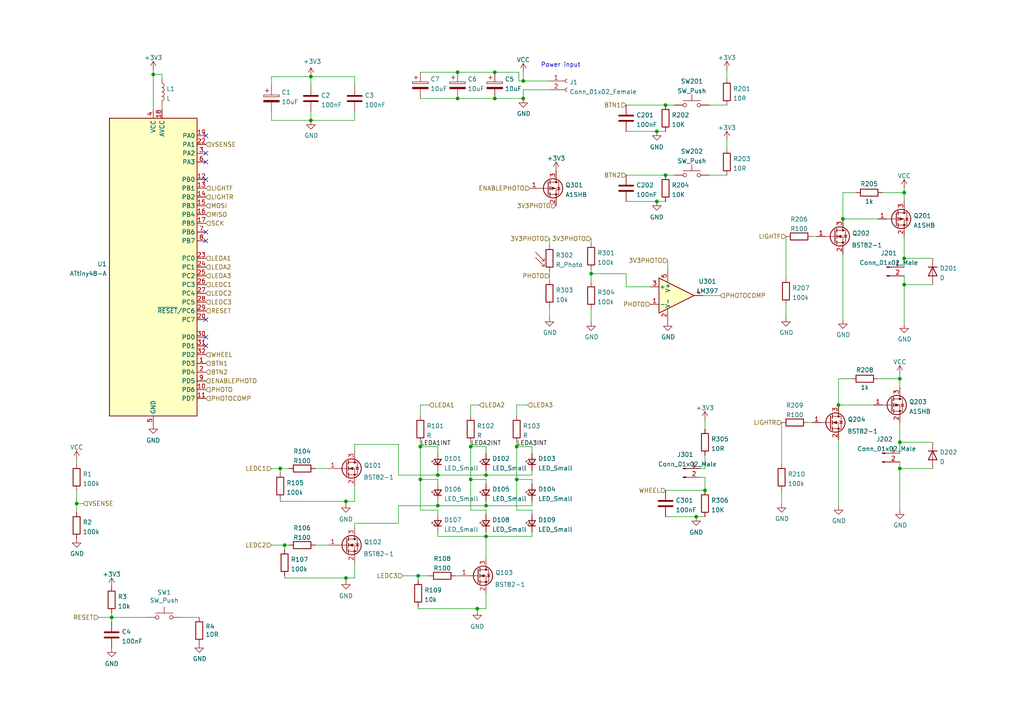
<source format=kicad_sch>
(kicad_sch (version 20211123) (generator eeschema)
  (paper "A4")
  (lib_symbols
    (symbol "Comparator:LM397" (pin_names (offset 0.127))
      (property "Reference" "U" (at 1.27 5.08 0))
      (property "Value" "LM397" (at 3.81 -5.08 0))
      (symbol "LM397_0_1"
        (polyline (pts (xy -5.08 5.08) (xy 5.08 0) (xy -5.08 -5.08) (xy -5.08 5.08)) (stroke (width 0.254)) (fill (type background)))
      )
      (symbol "LM397_1_1"
        (pin input line (at -7.62 -2.54 0) (length 2.54) (name "-") (number "1"))
        (pin power_in line (at -2.54 -7.62 90) (length 3.81) (name "V-") (number "2"))
        (pin input line (at -7.62 2.54 0) (length 2.54) (name "+") (number "3"))
        (pin open_collector line (at 7.62 0 180) (length 2.54) (name "~") (number "4"))
        (pin power_in line (at -2.54 7.62 270) (length 3.81) (name "V+") (number "5"))
      )
    )
    (symbol "Connector:Conn_01x02_Female" (pin_names (offset 1.016) hide)
      (property "Reference" "J?" (at 0.7112 -0.3615 0))
      (property "Value" "Conn_01x02_Female" (at 0.7112 -3.1366 0))
      (symbol "Conn_01x02_Female_1_1"
        (arc (start 0 -2.032) (mid -0.508 -2.54) (end 0 -3.048) (stroke (width 0.1524)))
        (polyline (pts (xy -1.27 -2.54) (xy -0.508 -2.54)) (stroke (width 0.1524)))
        (polyline (pts (xy -1.27 0) (xy -0.508 0)) (stroke (width 0.1524)))
        (arc (start 0 0.508) (mid -0.508 0) (end 0 -0.508) (stroke (width 0.1524)))
        (pin power_out line (at -5.08 0 0) (length 3.81) (name "Pin_1") (number "1"))
        (pin power_out line (at -5.08 -2.54 0) (length 3.81) (name "Pin_2") (number "2"))
      )
    )
    (symbol "Connector:Conn_01x02_Male" (pin_names (offset 1.016) hide)
      (property "Reference" "J" (at 0 2.54 0))
      (property "Value" "Conn_01x02_Male" (at 0 -5.08 0))
      (symbol "Conn_01x02_Male_1_1"
        (polyline (pts (xy 1.27 -2.54) (xy 0.8636 -2.54)) (stroke (width 0.1524)))
        (polyline (pts (xy 1.27 0) (xy 0.8636 0)) (stroke (width 0.1524)))
        (rectangle (start 0.8636 -2.413) (end 0 -2.667) (stroke (width 0.1524)) (fill (type outline)))
        (rectangle (start 0.8636 0.127) (end 0 -0.127) (stroke (width 0.1524)) (fill (type outline)))
        (pin passive line (at 5.08 0 180) (length 3.81) (name "Pin_1") (number "1"))
        (pin passive line (at 5.08 -2.54 180) (length 3.81) (name "Pin_2") (number "2"))
      )
    )
    (symbol "Device:C" (pin_numbers hide) (pin_names (offset 0.254))
      (property "Reference" "C" (at 0.635 2.54 0))
      (property "Value" "C" (at 0.635 -2.54 0))
      (symbol "C_0_1"
        (polyline (pts (xy -2.032 -0.762) (xy 2.032 -0.762)) (stroke (width 0.508)))
        (polyline (pts (xy -2.032 0.762) (xy 2.032 0.762)) (stroke (width 0.508)))
      )
      (symbol "C_1_1"
        (pin passive line (at 0 3.81 270) (length 2.794) (name "~") (number "1"))
        (pin passive line (at 0 -3.81 90) (length 2.794) (name "~") (number "2"))
      )
    )
    (symbol "Device:C_Polarized" (pin_numbers hide) (pin_names (offset 0.254))
      (property "Reference" "C" (at 0.635 2.54 0))
      (property "Value" "C_Polarized" (at 0.635 -2.54 0))
      (symbol "C_Polarized_0_1"
        (rectangle (start -2.286 0.508) (end 2.286 1.016))
        (polyline (pts (xy -1.778 2.286) (xy -0.762 2.286)))
        (polyline (pts (xy -1.27 2.794) (xy -1.27 1.778)))
        (rectangle (start 2.286 -0.508) (end -2.286 -1.016) (fill (type outline)))
      )
      (symbol "C_Polarized_1_1"
        (pin passive line (at 0 3.81 270) (length 2.794) (name "~") (number "1"))
        (pin passive line (at 0 -3.81 90) (length 2.794) (name "~") (number "2"))
      )
    )
    (symbol "Device:D" (pin_numbers hide) (pin_names (offset 1.016) hide)
      (property "Reference" "D" (at 0 2.54 0))
      (property "Value" "D" (at 0 -2.54 0))
      (symbol "D_0_1"
        (polyline (pts (xy -1.27 1.27) (xy -1.27 -1.27)) (stroke (width 0.254)))
        (polyline (pts (xy 1.27 0) (xy -1.27 0)))
        (polyline (pts (xy 1.27 1.27) (xy 1.27 -1.27) (xy -1.27 0) (xy 1.27 1.27)) (stroke (width 0.254)))
      )
      (symbol "D_1_1"
        (pin passive line (at -3.81 0 0) (length 2.54) (name "K") (number "1"))
        (pin passive line (at 3.81 0 180) (length 2.54) (name "A") (number "2"))
      )
    )
    (symbol "Device:L" (pin_numbers hide) (pin_names (offset 1.016) hide)
      (property "Reference" "L" (at -1.27 0 90))
      (property "Value" "L" (at 1.905 0 90))
      (symbol "L_0_1"
        (arc (start 0 -2.54) (mid 0.635 -1.905) (end 0 -1.27))
        (arc (start 0 -1.27) (mid 0.635 -0.635) (end 0 0))
        (arc (start 0 0) (mid 0.635 0.635) (end 0 1.27))
        (arc (start 0 1.27) (mid 0.635 1.905) (end 0 2.54))
      )
      (symbol "L_1_1"
        (pin passive line (at 0 3.81 270) (length 1.27) (name "1") (number "1"))
        (pin passive line (at 0 -3.81 90) (length 1.27) (name "2") (number "2"))
      )
    )
    (symbol "Device:LED_Small" (pin_numbers hide) (pin_names (offset 0.254) hide)
      (property "Reference" "D" (at -1.27 3.175 0))
      (property "Value" "LED_Small" (at -4.445 -2.54 0))
      (symbol "LED_Small_0_1"
        (polyline (pts (xy -0.762 -1.016) (xy -0.762 1.016)) (stroke (width 0.254)))
        (polyline (pts (xy 1.016 0) (xy -0.762 0)))
        (polyline (pts (xy 0.762 -1.016) (xy -0.762 0) (xy 0.762 1.016) (xy 0.762 -1.016)) (stroke (width 0.254)))
        (polyline (pts (xy 0 0.762) (xy -0.508 1.27) (xy -0.254 1.27) (xy -0.508 1.27) (xy -0.508 1.016)))
        (polyline (pts (xy 0.508 1.27) (xy 0 1.778) (xy 0.254 1.778) (xy 0 1.778) (xy 0 1.524)))
      )
      (symbol "LED_Small_1_1"
        (pin passive line (at -2.54 0 0) (length 1.778) (name "K") (number "1"))
        (pin passive line (at 2.54 0 180) (length 1.778) (name "A") (number "2"))
      )
    )
    (symbol "Device:Q_NMOS_GSD" (pin_names (offset 0) hide)
      (property "Reference" "Q" (at 5.08 1.27 0))
      (property "Value" "Q_NMOS_GSD" (at 5.08 -1.27 0))
      (symbol "Q_NMOS_GSD_0_1"
        (polyline (pts (xy 0.254 0) (xy -2.54 0)))
        (polyline (pts (xy 0.254 1.905) (xy 0.254 -1.905)) (stroke (width 0.254)))
        (polyline (pts (xy 0.762 -1.27) (xy 0.762 -2.286)) (stroke (width 0.254)))
        (polyline (pts (xy 0.762 0.508) (xy 0.762 -0.508)) (stroke (width 0.254)))
        (polyline (pts (xy 0.762 2.286) (xy 0.762 1.27)) (stroke (width 0.254)))
        (polyline (pts (xy 2.54 2.54) (xy 2.54 1.778)))
        (polyline (pts (xy 2.54 -2.54) (xy 2.54 0) (xy 0.762 0)))
        (polyline (pts (xy 0.762 -1.778) (xy 3.302 -1.778) (xy 3.302 1.778) (xy 0.762 1.778)))
        (polyline (pts (xy 1.016 0) (xy 2.032 0.381) (xy 2.032 -0.381) (xy 1.016 0)) (fill (type outline)))
        (polyline (pts (xy 2.794 0.508) (xy 2.921 0.381) (xy 3.683 0.381) (xy 3.81 0.254)))
        (polyline (pts (xy 3.302 0.381) (xy 2.921 -0.254) (xy 3.683 -0.254) (xy 3.302 0.381)))
        (circle (center 1.651 0) (radius 2.794) (stroke (width 0.254)))
        (circle (center 2.54 -1.778) (radius 0.254) (fill (type outline)))
        (circle (center 2.54 1.778) (radius 0.254) (fill (type outline)))
      )
      (symbol "Q_NMOS_GSD_1_1"
        (pin input line (at -5.08 0 0) (length 2.54) (name "G") (number "1"))
        (pin passive line (at 2.54 -5.08 90) (length 2.54) (name "S") (number "2"))
        (pin passive line (at 2.54 5.08 270) (length 2.54) (name "D") (number "3"))
      )
    )
    (symbol "Device:Q_PMOS_GSD" (pin_names (offset 0) hide)
      (property "Reference" "Q" (at 5.08 1.27 0))
      (property "Value" "Q_PMOS_GSD" (at 5.08 -1.27 0))
      (symbol "Q_PMOS_GSD_0_1"
        (polyline (pts (xy 0.254 0) (xy -2.54 0)))
        (polyline (pts (xy 0.254 1.905) (xy 0.254 -1.905)) (stroke (width 0.254)))
        (polyline (pts (xy 0.762 -1.27) (xy 0.762 -2.286)) (stroke (width 0.254)))
        (polyline (pts (xy 0.762 0.508) (xy 0.762 -0.508)) (stroke (width 0.254)))
        (polyline (pts (xy 0.762 2.286) (xy 0.762 1.27)) (stroke (width 0.254)))
        (polyline (pts (xy 2.54 2.54) (xy 2.54 1.778)))
        (polyline (pts (xy 2.54 -2.54) (xy 2.54 0) (xy 0.762 0)))
        (polyline (pts (xy 0.762 1.778) (xy 3.302 1.778) (xy 3.302 -1.778) (xy 0.762 -1.778)))
        (polyline (pts (xy 2.286 0) (xy 1.27 0.381) (xy 1.27 -0.381) (xy 2.286 0)) (fill (type outline)))
        (polyline (pts (xy 2.794 -0.508) (xy 2.921 -0.381) (xy 3.683 -0.381) (xy 3.81 -0.254)))
        (polyline (pts (xy 3.302 -0.381) (xy 2.921 0.254) (xy 3.683 0.254) (xy 3.302 -0.381)))
        (circle (center 1.651 0) (radius 2.794) (stroke (width 0.254)))
        (circle (center 2.54 -1.778) (radius 0.254) (fill (type outline)))
        (circle (center 2.54 1.778) (radius 0.254) (fill (type outline)))
      )
      (symbol "Q_PMOS_GSD_1_1"
        (pin input line (at -5.08 0 0) (length 2.54) (name "G") (number "1"))
        (pin passive line (at 2.54 -5.08 90) (length 2.54) (name "S") (number "2"))
        (pin passive line (at 2.54 5.08 270) (length 2.54) (name "D") (number "3"))
      )
    )
    (symbol "Device:R" (pin_numbers hide) (pin_names (offset 0))
      (property "Reference" "R" (at 2.032 0 90))
      (property "Value" "R" (at 0 0 90))
      (symbol "R_0_1"
        (rectangle (start -1.016 -2.54) (end 1.016 2.54) (stroke (width 0.254)))
      )
      (symbol "R_1_1"
        (pin passive line (at 0 3.81 270) (length 1.27) (name "~") (number "1"))
        (pin passive line (at 0 -3.81 90) (length 1.27) (name "~") (number "2"))
      )
    )
    (symbol "Device:R_Photo" (pin_numbers hide) (pin_names (offset 0))
      (property "Reference" "R" (at 1.27 1.27 0))
      (property "Value" "R_Photo" (at 1.27 0 0))
      (symbol "R_Photo_0_1"
        (rectangle (start -1.016 2.54) (end 1.016 -2.54) (stroke (width 0.254)))
        (polyline (pts (xy -1.524 -2.286) (xy -4.064 0.254)))
        (polyline (pts (xy -1.524 -2.286) (xy -2.286 -2.286)))
        (polyline (pts (xy -1.524 -2.286) (xy -1.524 -1.524)))
        (polyline (pts (xy -1.524 -0.762) (xy -4.064 1.778)))
        (polyline (pts (xy -1.524 -0.762) (xy -2.286 -0.762)))
        (polyline (pts (xy -1.524 -0.762) (xy -1.524 0)))
      )
      (symbol "R_Photo_1_1"
        (pin passive line (at 0 3.81 270) (length 1.27) (name "~") (number "1"))
        (pin passive line (at 0 -3.81 90) (length 1.27) (name "~") (number "2"))
      )
    )
    (symbol "MCU_Microchip_ATtiny:ATtiny48-A"
      (property "Reference" "U" (at -12.7 44.45 0))
      (property "Value" "ATtiny48-A" (at 2.54 -44.45 0))
      (symbol "ATtiny48-A_0_1"
        (rectangle (start -12.7 -43.18) (end 12.7 43.18) (stroke (width 0.254)) (fill (type background)))
      )
      (symbol "ATtiny48-A_1_1"
        (pin bidirectional line (at 15.24 -27.94 180) (length 2.54) (name "PD3") (number "1"))
        (pin bidirectional line (at 15.24 -35.56 180) (length 2.54) (name "PD6") (number "10"))
        (pin bidirectional line (at 15.24 -38.1 180) (length 2.54) (name "PD7") (number "11"))
        (pin bidirectional line (at 15.24 25.4 180) (length 2.54) (name "PB0") (number "12"))
        (pin bidirectional line (at 15.24 22.86 180) (length 2.54) (name "PB1") (number "13"))
        (pin bidirectional line (at 15.24 20.32 180) (length 2.54) (name "PB2") (number "14"))
        (pin bidirectional line (at 15.24 17.78 180) (length 2.54) (name "PB3") (number "15"))
        (pin bidirectional line (at 15.24 15.24 180) (length 2.54) (name "PB4") (number "16"))
        (pin bidirectional line (at 15.24 12.7 180) (length 2.54) (name "PB5") (number "17"))
        (pin power_in line (at 2.54 45.72 270) (length 2.54) (name "AVCC") (number "18"))
        (pin bidirectional line (at 15.24 38.1 180) (length 2.54) (name "PA0") (number "19"))
        (pin bidirectional line (at 15.24 -30.48 180) (length 2.54) (name "PD4") (number "2"))
        (pin bidirectional line (at 15.24 -15.24 180) (length 2.54) (name "PC7") (number "20"))
        (pin passive line (at 0 -45.72 90) (length 2.54) hide (name "GND") (number "21"))
        (pin bidirectional line (at 15.24 35.56 180) (length 2.54) (name "PA1") (number "22"))
        (pin bidirectional line (at 15.24 2.54 180) (length 2.54) (name "PC0") (number "23"))
        (pin bidirectional line (at 15.24 0 180) (length 2.54) (name "PC1") (number "24"))
        (pin bidirectional line (at 15.24 -2.54 180) (length 2.54) (name "PC2") (number "25"))
        (pin bidirectional line (at 15.24 -5.08 180) (length 2.54) (name "PC3") (number "26"))
        (pin bidirectional line (at 15.24 -7.62 180) (length 2.54) (name "PC4") (number "27"))
        (pin bidirectional line (at 15.24 -10.16 180) (length 2.54) (name "PC5") (number "28"))
        (pin bidirectional line (at 15.24 -12.7 180) (length 2.54) (name "~{RESET}/PC6") (number "29"))
        (pin bidirectional line (at 15.24 33.02 180) (length 2.54) (name "PA2") (number "3"))
        (pin bidirectional line (at 15.24 -20.32 180) (length 2.54) (name "PD0") (number "30"))
        (pin bidirectional line (at 15.24 -22.86 180) (length 2.54) (name "PD1") (number "31"))
        (pin bidirectional line (at 15.24 -25.4 180) (length 2.54) (name "PD2") (number "32"))
        (pin power_in line (at 0 45.72 270) (length 2.54) (name "VCC") (number "4"))
        (pin power_in line (at 0 -45.72 90) (length 2.54) (name "GND") (number "5"))
        (pin bidirectional line (at 15.24 30.48 180) (length 2.54) (name "PA3") (number "6"))
        (pin bidirectional line (at 15.24 10.16 180) (length 2.54) (name "PB6") (number "7"))
        (pin bidirectional line (at 15.24 7.62 180) (length 2.54) (name "PB7") (number "8"))
        (pin bidirectional line (at 15.24 -33.02 180) (length 2.54) (name "PD5") (number "9"))
      )
    )
    (symbol "Switch:SW_Push" (pin_numbers hide) (pin_names (offset 1.016) hide)
      (property "Reference" "SW" (at 1.27 2.54 0))
      (property "Value" "SW_Push" (at 0 -1.524 0))
      (symbol "SW_Push_0_1"
        (circle (center -2.032 0) (radius 0.508))
        (polyline (pts (xy 0 1.27) (xy 0 3.048)))
        (polyline (pts (xy 2.54 1.27) (xy -2.54 1.27)))
        (circle (center 2.032 0) (radius 0.508))
        (pin passive line (at -5.08 0 0) (length 2.54) (name "1") (number "1"))
        (pin passive line (at 5.08 0 180) (length 2.54) (name "2") (number "2"))
      )
    )
    (symbol "power:+3V3" (power) (pin_names (offset 0))
      (property "Value" "+3V3" (at 0 3.556 0))
      (symbol "+3V3_0_1"
        (polyline (pts (xy -0.762 1.27) (xy 0 2.54)))
        (polyline (pts (xy 0 0) (xy 0 2.54)))
        (polyline (pts (xy 0 2.54) (xy 0.762 1.27)))
      )
      (symbol "+3V3_1_1"
        (pin power_in line (at 0 0 90) (length 0) hide (name "+3V3") (number "1"))
      )
    )
    (symbol "power:GND" (power) (pin_names (offset 0))
      (property "Value" "GND" (at 0 -3.81 0))
      (symbol "GND_0_1"
        (polyline (pts (xy 0 0) (xy 0 -1.27) (xy 1.27 -1.27) (xy 0 -2.54) (xy -1.27 -1.27) (xy 0 -1.27)))
      )
      (symbol "GND_1_1"
        (pin power_in line (at 0 0 270) (length 0) hide (name "GND") (number "1"))
      )
    )
    (symbol "power:VCC" (power) (pin_names (offset 0))
      (property "Value" "VCC" (at 0 3.81 0))
      (symbol "VCC_0_1"
        (polyline (pts (xy -0.762 1.27) (xy 0 2.54)))
        (polyline (pts (xy 0 0) (xy 0 2.54)))
        (polyline (pts (xy 0 2.54) (xy 0.762 1.27)))
      )
      (symbol "VCC_1_1"
        (pin power_in line (at 0 0 90) (length 0) hide (name "VCC") (number "1"))
      )
    )
  )
  (junction (at 262.255 74.93))
  (junction (at 127 146.685))
  (junction (at 90.17 34.925))
  (junction (at 32.385 179.07))
  (junction (at 193.04 50.8))
  (junction (at 244.475 63.5))
  (junction (at 100.33 145.415))
  (junction (at 151.765 23.495))
  (junction (at 121.92 139.065))
  (junction (at 22.225 146.05))
  (junction (at 132.715 28.575))
  (junction (at 201.93 149.86))
  (junction (at 193.04 30.48))
  (junction (at 260.985 109.855))
  (junction (at 204.47 142.24))
  (junction (at 82.55 158.115))
  (junction (at 243.205 117.475))
  (junction (at 140.97 155.575))
  (junction (at 132.715 20.955))
  (junction (at 138.43 176.53))
  (junction (at 143.51 20.955))
  (junction (at 121.92 129.54))
  (junction (at 140.97 146.685))
  (junction (at 143.51 28.575))
  (junction (at 260.985 135.89))
  (junction (at 260.985 128.27))
  (junction (at 121.285 167.005))
  (junction (at 90.17 22.225))
  (junction (at 149.86 139.065))
  (junction (at 140.97 137.795))
  (junction (at 136.525 129.54))
  (junction (at 81.28 135.89))
  (junction (at 262.255 55.88))
  (junction (at 171.45 79.375))
  (junction (at 100.33 167.64))
  (junction (at 190.5 58.42))
  (junction (at 190.5 38.1))
  (junction (at 262.255 82.55))
  (junction (at 136.525 139.065))
  (junction (at 149.86 129.54))
  (junction (at 44.45 21.59))
  (junction (at 151.765 28.575))
  (junction (at 127 137.795))
  (no_connect (at 59.69 67.31))
  (no_connect (at 59.69 69.85))
  (no_connect (at 59.69 46.99))
  (no_connect (at 59.69 92.71))
  (no_connect (at 59.69 97.79))
  (no_connect (at 59.69 100.33))
  (no_connect (at 59.69 39.37))
  (no_connect (at 59.69 52.07))
  (no_connect (at 59.69 44.45))
  (wire (pts (xy 102.87 128.905) (xy 102.87 130.81)))
  (wire (pts (xy 193.04 142.24) (xy 204.47 142.24)))
  (wire (pts (xy 32.385 179.07) (xy 42.545 179.07)))
  (wire (pts (xy 243.205 117.475) (xy 243.205 109.855)))
  (wire (pts (xy 149.86 128.27) (xy 149.86 129.54)))
  (wire (pts (xy 260.985 135.89) (xy 270.51 135.89)))
  (wire (pts (xy 204.47 149.86) (xy 201.93 149.86)))
  (wire (pts (xy 82.55 158.115) (xy 83.82 158.115)))
  (wire (pts (xy 46.99 22.86) (xy 46.99 21.59)))
  (wire (pts (xy 32.385 177.8) (xy 32.385 179.07)))
  (wire (pts (xy 260.985 135.89) (xy 260.985 147.955)))
  (wire (pts (xy 132.08 167.005) (xy 133.35 167.005)))
  (wire (pts (xy 193.04 38.1) (xy 190.5 38.1)))
  (wire (pts (xy 149.86 139.065) (xy 149.86 129.54)))
  (wire (pts (xy 81.28 145.415) (xy 100.33 145.415)))
  (wire (pts (xy 243.205 109.855) (xy 247.015 109.855)))
  (wire (pts (xy 138.43 176.53) (xy 138.43 177.165)))
  (wire (pts (xy 203.2 135.89) (xy 204.47 135.89)))
  (wire (pts (xy 159.385 26.035) (xy 151.765 26.035)))
  (wire (pts (xy 127 145.415) (xy 127 146.685)))
  (wire (pts (xy 22.225 146.05) (xy 24.13 146.05)))
  (wire (pts (xy 140.97 155.575) (xy 154.305 155.575)))
  (wire (pts (xy 127 129.54) (xy 127 131.445)))
  (wire (pts (xy 210.82 22.86) (xy 210.82 20.32)))
  (wire (pts (xy 140.97 146.685) (xy 154.305 146.685)))
  (wire (pts (xy 121.285 168.275) (xy 121.285 167.005)))
  (wire (pts (xy 121.285 167.005) (xy 124.46 167.005)))
  (wire (pts (xy 46.99 30.48) (xy 46.99 31.75)))
  (wire (pts (xy 262.255 82.55) (xy 262.255 93.98)))
  (wire (pts (xy 140.97 129.54) (xy 140.97 131.445)))
  (wire (pts (xy 100.33 145.415) (xy 100.33 146.05)))
  (wire (pts (xy 102.87 145.415) (xy 100.33 145.415)))
  (wire (pts (xy 116.84 167.005) (xy 121.285 167.005)))
  (wire (pts (xy 127 155.575) (xy 140.97 155.575)))
  (wire (pts (xy 140.97 172.085) (xy 140.97 176.53)))
  (wire (pts (xy 159.385 23.495) (xy 151.765 23.495)))
  (wire (pts (xy 260.985 128.27) (xy 260.985 131.445)))
  (wire (pts (xy 159.385 69.215) (xy 159.385 71.12)))
  (wire (pts (xy 243.205 117.475) (xy 253.365 117.475)))
  (wire (pts (xy 115.57 146.685) (xy 127 146.685)))
  (wire (pts (xy 234.315 122.555) (xy 235.585 122.555)))
  (wire (pts (xy 121.92 147.955) (xy 127 147.955)))
  (wire (pts (xy 136.525 120.65) (xy 136.525 117.475)))
  (wire (pts (xy 81.28 144.78) (xy 81.28 145.415)))
  (wire (pts (xy 78.74 135.89) (xy 81.28 135.89)))
  (wire (pts (xy 78.74 158.115) (xy 82.55 158.115)))
  (wire (pts (xy 32.385 179.07) (xy 32.385 180.34)))
  (wire (pts (xy 121.92 128.27) (xy 121.92 129.54)))
  (wire (pts (xy 143.51 20.955) (xy 150.495 20.955)))
  (wire (pts (xy 115.57 137.795) (xy 127 137.795)))
  (wire (pts (xy 121.92 20.955) (xy 132.715 20.955)))
  (wire (pts (xy 171.45 79.375) (xy 181.61 79.375)))
  (wire (pts (xy 210.82 43.18) (xy 210.82 40.64)))
  (wire (pts (xy 81.28 137.16) (xy 81.28 135.89)))
  (wire (pts (xy 154.305 147.955) (xy 154.305 149.225)))
  (wire (pts (xy 260.985 108.585) (xy 260.985 109.855)))
  (wire (pts (xy 127 140.335) (xy 127 139.065)))
  (wire (pts (xy 115.57 137.795) (xy 115.57 128.905)))
  (wire (pts (xy 102.87 24.765) (xy 102.87 22.225)))
  (wire (pts (xy 132.715 28.575) (xy 143.51 28.575)))
  (wire (pts (xy 203.2 138.43) (xy 204.47 138.43)))
  (wire (pts (xy 82.55 167.64) (xy 100.33 167.64)))
  (wire (pts (xy 136.525 117.475) (xy 139.065 117.475)))
  (wire (pts (xy 136.525 139.065) (xy 136.525 129.54)))
  (wire (pts (xy 244.475 63.5) (xy 244.475 55.88)))
  (wire (pts (xy 127 139.065) (xy 121.92 139.065)))
  (wire (pts (xy 121.92 129.54) (xy 121.92 139.065)))
  (wire (pts (xy 195.58 30.48) (xy 193.04 30.48)))
  (wire (pts (xy 127 154.305) (xy 127 155.575)))
  (wire (pts (xy 22.225 146.05) (xy 22.225 148.59)))
  (wire (pts (xy 44.45 21.59) (xy 44.45 31.75)))
  (wire (pts (xy 154.305 155.575) (xy 154.305 154.305)))
  (wire (pts (xy 150.495 20.955) (xy 150.495 23.495)))
  (wire (pts (xy 149.86 147.955) (xy 149.86 139.065)))
  (wire (pts (xy 149.86 120.65) (xy 149.86 117.475)))
  (wire (pts (xy 181.61 79.375) (xy 181.61 83.185)))
  (wire (pts (xy 121.92 120.65) (xy 121.92 117.475)))
  (wire (pts (xy 154.305 146.685) (xy 154.305 145.415)))
  (wire (pts (xy 78.74 24.765) (xy 78.74 22.225)))
  (wire (pts (xy 91.44 135.89) (xy 95.25 135.89)))
  (wire (pts (xy 90.17 24.765) (xy 90.17 22.225)))
  (wire (pts (xy 121.285 175.895) (xy 121.285 176.53)))
  (wire (pts (xy 102.87 32.385) (xy 102.87 34.925)))
  (wire (pts (xy 90.17 32.385) (xy 90.17 34.925)))
  (wire (pts (xy 136.525 129.54) (xy 140.97 129.54)))
  (wire (pts (xy 171.45 79.375) (xy 171.45 81.915)))
  (wire (pts (xy 82.55 159.385) (xy 82.55 158.115)))
  (wire (pts (xy 181.61 58.42) (xy 190.5 58.42)))
  (wire (pts (xy 205.74 30.48) (xy 210.82 30.48)))
  (wire (pts (xy 181.61 30.48) (xy 193.04 30.48)))
  (wire (pts (xy 260.985 122.555) (xy 260.985 128.27)))
  (wire (pts (xy 90.17 22.225) (xy 102.87 22.225)))
  (wire (pts (xy 140.97 136.525) (xy 140.97 137.795)))
  (wire (pts (xy 121.285 176.53) (xy 138.43 176.53)))
  (wire (pts (xy 91.44 158.115) (xy 95.25 158.115)))
  (wire (pts (xy 78.74 34.925) (xy 78.74 32.385)))
  (wire (pts (xy 140.97 155.575) (xy 140.97 161.925)))
  (wire (pts (xy 121.92 28.575) (xy 132.715 28.575)))
  (wire (pts (xy 127 147.955) (xy 127 149.225)))
  (wire (pts (xy 255.905 55.88) (xy 262.255 55.88)))
  (wire (pts (xy 159.385 78.74) (xy 159.385 81.28)))
  (wire (pts (xy 149.86 129.54) (xy 154.305 129.54)))
  (wire (pts (xy 52.705 179.07) (xy 57.785 179.07)))
  (wire (pts (xy 154.305 129.54) (xy 154.305 131.445)))
  (wire (pts (xy 100.33 167.64) (xy 100.33 168.275)))
  (wire (pts (xy 46.99 21.59) (xy 44.45 21.59)))
  (wire (pts (xy 90.17 34.925) (xy 102.87 34.925)))
  (wire (pts (xy 140.97 139.065) (xy 136.525 139.065)))
  (wire (pts (xy 171.45 78.105) (xy 171.45 79.375)))
  (wire (pts (xy 140.97 140.335) (xy 140.97 139.065)))
  (wire (pts (xy 204.47 124.46) (xy 204.47 121.92)))
  (wire (pts (xy 262.255 55.88) (xy 262.255 58.42)))
  (wire (pts (xy 190.5 38.1) (xy 181.61 38.1)))
  (wire (pts (xy 181.61 83.185) (xy 188.595 83.185)))
  (wire (pts (xy 208.915 85.725) (xy 203.835 85.725)))
  (wire (pts (xy 143.51 28.575) (xy 151.765 28.575)))
  (wire (pts (xy 227.965 88.265) (xy 227.965 92.075)))
  (wire (pts (xy 140.97 147.955) (xy 140.97 149.225)))
  (wire (pts (xy 235.585 68.58) (xy 236.855 68.58)))
  (wire (pts (xy 262.255 54.61) (xy 262.255 55.88)))
  (wire (pts (xy 132.715 20.955) (xy 143.51 20.955)))
  (wire (pts (xy 243.205 127.635) (xy 243.205 146.685)))
  (wire (pts (xy 154.305 147.955) (xy 149.86 147.955)))
  (wire (pts (xy 140.97 137.795) (xy 154.305 137.795)))
  (wire (pts (xy 193.04 50.8) (xy 195.58 50.8)))
  (wire (pts (xy 102.87 151.765) (xy 115.57 151.765)))
  (wire (pts (xy 201.93 149.86) (xy 193.04 149.86)))
  (wire (pts (xy 136.525 147.955) (xy 136.525 139.065)))
  (wire (pts (xy 262.255 80.01) (xy 262.255 82.55)))
  (wire (pts (xy 140.97 176.53) (xy 138.43 176.53)))
  (wire (pts (xy 171.45 89.535) (xy 171.45 93.345)))
  (wire (pts (xy 205.74 50.8) (xy 210.82 50.8)))
  (wire (pts (xy 154.305 139.065) (xy 149.86 139.065)))
  (wire (pts (xy 154.305 137.795) (xy 154.305 136.525)))
  (wire (pts (xy 262.255 74.93) (xy 262.255 77.47)))
  (wire (pts (xy 151.765 23.495) (xy 151.765 20.955)))
  (wire (pts (xy 140.97 154.305) (xy 140.97 155.575)))
  (wire (pts (xy 159.385 88.9) (xy 159.385 92.075)))
  (wire (pts (xy 127 137.795) (xy 140.97 137.795)))
  (wire (pts (xy 78.74 34.925) (xy 90.17 34.925)))
  (wire (pts (xy 102.87 153.035) (xy 102.87 151.765)))
  (wire (pts (xy 149.86 117.475) (xy 153.035 117.475)))
  (wire (pts (xy 102.87 140.97) (xy 102.87 145.415)))
  (wire (pts (xy 140.97 145.415) (xy 140.97 146.685)))
  (wire (pts (xy 260.985 109.855) (xy 260.985 112.395)))
  (wire (pts (xy 244.475 55.88) (xy 248.285 55.88)))
  (wire (pts (xy 102.87 167.64) (xy 100.33 167.64)))
  (wire (pts (xy 121.92 129.54) (xy 127 129.54)))
  (wire (pts (xy 154.305 140.335) (xy 154.305 139.065)))
  (wire (pts (xy 115.57 128.905) (xy 102.87 128.905)))
  (wire (pts (xy 78.74 22.225) (xy 90.17 22.225)))
  (wire (pts (xy 151.765 26.035) (xy 151.765 28.575)))
  (wire (pts (xy 127 136.525) (xy 127 137.795)))
  (wire (pts (xy 22.225 142.24) (xy 22.225 146.05)))
  (wire (pts (xy 121.92 139.065) (xy 121.92 147.955)))
  (wire (pts (xy 226.695 122.555) (xy 226.695 134.62)))
  (wire (pts (xy 115.57 151.765) (xy 115.57 146.685)))
  (wire (pts (xy 44.45 20.32) (xy 44.45 21.59)))
  (wire (pts (xy 193.675 75.565) (xy 193.675 78.105)))
  (wire (pts (xy 204.47 138.43) (xy 204.47 142.24)))
  (wire (pts (xy 204.47 135.89) (xy 204.47 132.08)))
  (wire (pts (xy 262.255 82.55) (xy 270.51 82.55)))
  (wire (pts (xy 136.525 128.27) (xy 136.525 129.54)))
  (wire (pts (xy 226.695 142.24) (xy 226.695 146.05)))
  (wire (pts (xy 254.635 109.855) (xy 260.985 109.855)))
  (wire (pts (xy 140.97 147.955) (xy 136.525 147.955)))
  (wire (pts (xy 22.225 133.35) (xy 22.225 134.62)))
  (wire (pts (xy 270.51 74.93) (xy 262.255 74.93)))
  (wire (pts (xy 171.45 69.215) (xy 171.45 70.485)))
  (wire (pts (xy 227.965 68.58) (xy 227.965 80.645)))
  (wire (pts (xy 244.475 63.5) (xy 254.635 63.5)))
  (wire (pts (xy 82.55 167.005) (xy 82.55 167.64)))
  (wire (pts (xy 244.475 73.66) (xy 244.475 92.71)))
  (wire (pts (xy 28.575 179.07) (xy 32.385 179.07)))
  (wire (pts (xy 181.61 50.8) (xy 193.04 50.8)))
  (wire (pts (xy 102.87 163.195) (xy 102.87 167.64)))
  (wire (pts (xy 193.04 58.42) (xy 190.5 58.42)))
  (wire (pts (xy 262.255 68.58) (xy 262.255 74.93)))
  (wire (pts (xy 260.985 128.27) (xy 270.51 128.27)))
  (wire (pts (xy 81.28 135.89) (xy 83.82 135.89)))
  (wire (pts (xy 260.985 133.985) (xy 260.985 135.89)))
  (wire (pts (xy 127 146.685) (xy 140.97 146.685)))
  (wire (pts (xy 150.495 23.495) (xy 151.765 23.495)))
  (wire (pts (xy 121.92 117.475) (xy 124.46 117.475)))
  (text "Power input\n" (at 156.845 19.685 0) (effects (font (size 1.27 1.27)) (justify left bottom)))
  (label "LEDA3INT" (at 149.86 129.54 0))
  (label "LEDA2INT" (at 136.525 129.54 0))
  (label "LEDA1INT" (at 121.92 129.54 0))
  (hierarchical_label "LEDA1" (shape input) (at 59.69 74.93 0))
  (hierarchical_label "BTN1" (shape input) (at 181.61 30.48 180))
  (hierarchical_label "MOSI" (shape input) (at 59.69 59.69 0))
  (hierarchical_label "PHOTO" (shape input) (at 159.385 80.01 180))
  (hierarchical_label "LIGHTF" (shape input) (at 227.965 68.58 180))
  (hierarchical_label "VSENSE" (shape input) (at 59.69 41.91 0))
  (hierarchical_label "LEDC1" (shape input) (at 78.74 135.89 180))
  (hierarchical_label "LEDA1" (shape input) (at 124.46 117.475 0))
  (hierarchical_label "LEDC2" (shape input) (at 59.69 85.09 0))
  (hierarchical_label "BTN2" (shape input) (at 59.69 107.95 0))
  (hierarchical_label "VSENSE" (shape input) (at 24.13 146.05 0))
  (hierarchical_label "3V3PHOTO" (shape input) (at 193.675 75.565 180))
  (hierarchical_label "BTN2" (shape input) (at 181.61 50.8 180))
  (hierarchical_label "LIGHTF" (shape input) (at 59.69 54.61 0))
  (hierarchical_label "BTN1" (shape input) (at 59.69 105.41 0))
  (hierarchical_label "LEDA3" (shape input) (at 59.69 80.01 0))
  (hierarchical_label "LEDC3" (shape input) (at 59.69 87.63 0))
  (hierarchical_label "LEDC1" (shape input) (at 59.69 82.55 0))
  (hierarchical_label "PHOTO" (shape input) (at 188.595 88.265 180))
  (hierarchical_label "MISO" (shape input) (at 59.69 62.23 0))
  (hierarchical_label "LIGHTR" (shape input) (at 59.69 57.15 0))
  (hierarchical_label "PHOTOCOMP" (shape input) (at 59.69 115.57 0))
  (hierarchical_label "LEDA2" (shape input) (at 139.065 117.475 0))
  (hierarchical_label "LEDA2" (shape input) (at 59.69 77.47 0))
  (hierarchical_label "WHEEL" (shape input) (at 59.69 102.87 0))
  (hierarchical_label "SCK" (shape input) (at 59.69 64.77 0))
  (hierarchical_label "3V3PHOTO" (shape input) (at 161.29 59.69 180))
  (hierarchical_label "LIGHTR" (shape input) (at 226.695 122.555 180))
  (hierarchical_label "ENABLEPHOTO" (shape input) (at 59.69 110.49 0))
  (hierarchical_label "LEDC3" (shape input) (at 116.84 167.005 180))
  (hierarchical_label "ENABLEPHOTO" (shape input) (at 153.67 54.61 180))
  (hierarchical_label "LEDA3" (shape input) (at 153.035 117.475 0))
  (hierarchical_label "RESET" (shape input) (at 59.69 90.17 0))
  (hierarchical_label "WHEEL" (shape input) (at 193.04 142.24 180))
  (hierarchical_label "RESET" (shape input) (at 28.575 179.07 180))
  (hierarchical_label "3V3PHOTO" (shape input) (at 159.385 69.215 180))
  (hierarchical_label "3V3PHOTO" (shape input) (at 171.45 69.215 180))
  (hierarchical_label "LEDC2" (shape input) (at 78.74 158.115 180))
  (hierarchical_label "PHOTO" (shape input) (at 59.69 113.03 0))
  (hierarchical_label "PHOTOCOMP" (shape input) (at 208.915 85.725 0))
  (symbol (lib_id "Device:R") (at 149.86 124.46 180) (unit 1)
    (property "Reference" "R103" (at 151.638 123.5515 0) (effects (justify right)))
    (property "Value" "R" (at 151.638 126.3266 0) (effects (justify right)))
    (property "Footprint" "Resistor_SMD:R_0603_1608Metric_Pad0.98x0.95mm_HandSolder" (effects hide))
  )
  (symbol (lib_id "Device:R") (at 22.225 152.4 180) (unit 1)
    (property "Reference" "R2" (at 24.003 151.4915 0) (effects (justify right)))
    (property "Value" "100k" (at 24.003 154.2666 0) (effects (justify right)))
    (property "Footprint" "Resistor_SMD:R_0603_1608Metric_Pad0.98x0.95mm_HandSolder" (effects hide))
  )
  (symbol (lib_id "Device:R") (at 230.505 122.555 90) (unit 1)
    (property "Reference" "R209" (at 230.505 117.5725 90))
    (property "Value" "R100" (at 230.505 120.3476 90))
    (property "Footprint" "Resistor_SMD:R_0603_1608Metric_Pad0.98x0.95mm_HandSolder" (effects hide))
  )
  (symbol (lib_id "Switch:SW_Push") (at 200.66 50.8 0) (unit 1)
    (property "Reference" "SW202" (at 200.66 43.9125 0))
    (property "Value" "SW_Push" (at 200.66 46.6876 0))
    (property "Footprint" "Button_Switch_THT:SW_PUSH_6mm_H5mm" (effects hide))
  )
  (symbol (lib_id "Connector:Conn_01x02_Male") (at 198.12 135.89 0) (unit 1)
    (property "Reference" "J301" (at 198.755 131.8473 0))
    (property "Value" "Conn_01x02_Male" (at 199.39 134.62 0))
    (property "Footprint" "Connector_JST:JST_XH_S2B-XH-A_1x02_P2.50mm_Horizontal" (effects hide))
  )
  (symbol (lib_id "Device:D") (at 270.51 132.08 270) (unit 1)
    (property "Reference" "D202" (at 272.542 131.1715 90) (effects (justify left)))
    (property "Value" "D" (at 272.542 133.9466 90) (effects (justify left)))
    (property "Footprint" "Diode_SMD:D_0603_1608Metric" (effects hide))
  )
  (symbol (lib_id "Device:LED_Small") (at 140.97 142.875 90) (unit 1)
    (property "Reference" "D105" (at 142.748 141.903 90) (effects (justify right)))
    (property "Value" "LED_Small" (at 142.748 144.6781 90) (effects (justify right)))
    (property "Footprint" "LED_SMD:LED_0805_2012Metric_Pad1.15x1.40mm_HandSolder" (effects hide))
  )
  (symbol (lib_id "Device:LED_Small") (at 140.97 151.765 90) (unit 1)
    (property "Reference" "D108" (at 142.748 150.793 90) (effects (justify right)))
    (property "Value" "LED_Small" (at 142.748 153.5681 90) (effects (justify right)))
    (property "Footprint" "LED_SMD:LED_0805_2012Metric_Pad1.15x1.40mm_HandSolder" (effects hide))
  )
  (symbol (lib_id "power:GND") (at 159.385 92.075 0) (unit 1)
    (property "Reference" "#PWR0103" (effects hide))
    (property "Value" "GND" (at 159.512 96.4692 0))
  )
  (symbol (lib_id "MCU_Microchip_ATtiny:ATtiny48-A") (at 44.45 77.47 0) (unit 1)
    (property "Reference" "U1" (at 30.9881 76.5615 0) (effects (justify right)))
    (property "Value" "ATtiny48-A" (at 30.9881 79.3366 0) (effects (justify right)))
    (property "Footprint" "Package_QFP:TQFP-32_7x7mm_P0.8mm" (effects hide))
    (property "Datasheet" "http://ww1.microchip.com/downloads/en/DeviceDoc/doc8008.pdf" (effects hide))
  )
  (symbol (lib_id "power:GND") (at 57.785 186.69 0) (unit 1)
    (property "Reference" "#PWR09" (effects hide))
    (property "Value" "GND" (at 57.912 191.0842 0))
  )
  (symbol (lib_id "Device:Q_PMOS_GSD") (at 259.715 63.5 0) (unit 1)
    (property "Reference" "Q201" (at 264.922 62.5915 0) (effects (justify left)))
    (property "Value" "A1SHB" (at 264.922 65.3666 0) (effects (justify left)))
    (property "Footprint" "Package_TO_SOT_SMD:SOT-23" (effects hide))
  )
  (symbol (lib_id "Device:LED_Small") (at 154.305 142.875 90) (unit 1)
    (property "Reference" "D104" (at 156.083 141.903 90) (effects (justify right)))
    (property "Value" "LED_Small" (at 156.083 144.6781 90) (effects (justify right)))
    (property "Footprint" "LED_SMD:LED_0805_2012Metric_Pad1.15x1.40mm_HandSolder" (effects hide))
  )
  (symbol (lib_id "power:VCC") (at 260.985 108.585 0) (unit 1)
    (property "Reference" "#PWR0209" (effects hide))
    (property "Value" "VCC" (at 260.985 104.9805 0))
  )
  (symbol (lib_id "power:+3V3") (at 210.82 40.64 0) (unit 1)
    (property "Reference" "#PWR0203" (effects hide))
    (property "Value" "+3V3" (at 210.82 37.0355 0))
  )
  (symbol (lib_id "power:+3V3") (at 90.17 22.225 0) (unit 1)
    (property "Reference" "#PWR02" (effects hide))
    (property "Value" "+3V3" (at 90.551 17.8308 0))
  )
  (symbol (lib_id "Device:R") (at 250.825 109.855 90) (unit 1)
    (property "Reference" "R208" (at 250.825 107.315 90))
    (property "Value" "1k" (at 250.825 112.395 90))
    (property "Footprint" "Resistor_SMD:R_0603_1608Metric_Pad0.98x0.95mm_HandSolder" (effects hide))
  )
  (symbol (lib_id "power:GND") (at 171.45 93.345 0) (unit 1)
    (property "Reference" "#PWR0104" (effects hide))
    (property "Value" "GND" (at 171.577 97.7392 0))
  )
  (symbol (lib_id "Device:R") (at 81.28 140.97 0) (unit 1)
    (property "Reference" "R105" (at 83.058 140.0615 0) (effects (justify left)))
    (property "Value" "100k" (at 83.058 142.8366 0) (effects (justify left)))
    (property "Footprint" "Resistor_SMD:R_0603_1608Metric_Pad0.98x0.95mm_HandSolder" (effects hide))
  )
  (symbol (lib_id "Device:R") (at 87.63 135.89 270) (unit 1)
    (property "Reference" "R104" (at 87.63 130.9075 90))
    (property "Value" "R100" (at 87.63 133.6826 90))
    (property "Footprint" "Resistor_SMD:R_0603_1608Metric_Pad0.98x0.95mm_HandSolder" (effects hide))
  )
  (symbol (lib_id "Device:LED_Small") (at 154.305 133.985 90) (unit 1)
    (property "Reference" "D103" (at 156.083 133.013 90) (effects (justify right)))
    (property "Value" "LED_Small" (at 156.083 135.7881 90) (effects (justify right)))
    (property "Footprint" "LED_SMD:LED_0805_2012Metric_Pad1.15x1.40mm_HandSolder" (effects hide))
  )
  (symbol (lib_id "Device:C_Polarized") (at 121.92 24.765 0) (unit 1)
    (property "Reference" "C7" (at 124.841 22.9675 0) (effects (justify left)))
    (property "Value" "10uF" (at 124.841 25.7426 0) (effects (justify left)))
    (property "Footprint" "Capacitor_SMD:C_1210_3225Metric_Pad1.33x2.70mm_HandSolder" (effects hide))
  )
  (symbol (lib_id "Device:C") (at 181.61 34.29 0) (unit 1)
    (property "Reference" "C201" (at 184.531 33.3815 0) (effects (justify left)))
    (property "Value" "100nF" (at 184.531 36.1566 0) (effects (justify left)))
    (property "Footprint" "Capacitor_SMD:C_0603_1608Metric_Pad1.08x0.95mm_HandSolder" (effects hide))
  )
  (symbol (lib_id "Comparator:LM397") (at 196.215 85.725 0) (unit 1)
    (property "Reference" "U301" (at 205.1904 81.6315 0))
    (property "Value" "LM397" (at 205.1904 84.4066 0))
    (property "Footprint" "Package_TO_SOT_SMD:SOT-23-5" (effects hide))
    (property "Datasheet" "http://www.ti.com/lit/ds/symlink/lm397.pdf" (effects hide))
  )
  (symbol (lib_id "power:+3V3") (at 44.45 20.32 0) (unit 1)
    (property "Reference" "#PWR01" (effects hide))
    (property "Value" "+3V3" (at 44.45 16.7155 0))
  )
  (symbol (lib_id "power:GND") (at 90.17 34.925 0) (unit 1)
    (property "Reference" "#PWR05" (effects hide))
    (property "Value" "GND" (at 90.297 39.3192 0))
  )
  (symbol (lib_id "Device:R") (at 210.82 46.99 0) (unit 1)
    (property "Reference" "R203" (at 212.598 46.0815 0) (effects (justify left)))
    (property "Value" "10R" (at 212.598 48.8566 0) (effects (justify left)))
    (property "Footprint" "Resistor_SMD:R_0603_1608Metric_Pad0.98x0.95mm_HandSolder" (effects hide))
  )
  (symbol (lib_id "Device:Q_NMOS_GSD") (at 138.43 167.005 0) (unit 1)
    (property "Reference" "Q103" (at 143.637 166.0965 0) (effects (justify left)))
    (property "Value" "BST82-1" (at 143.51 169.545 0) (effects (justify left)))
    (property "Footprint" "Package_TO_SOT_SMD:SOT-23" (effects hide))
  )
  (symbol (lib_id "Device:R") (at 128.27 167.005 90) (unit 1)
    (property "Reference" "R108" (at 128.27 162.0225 90))
    (property "Value" "R100" (at 128.27 164.7976 90))
    (property "Footprint" "Resistor_SMD:R_0603_1608Metric_Pad0.98x0.95mm_HandSolder" (effects hide))
  )
  (symbol (lib_id "Device:Q_NMOS_GSD") (at 100.33 158.115 0) (unit 1)
    (property "Reference" "Q102" (at 105.537 157.2065 0) (effects (justify left)))
    (property "Value" "BST82-1" (at 105.41 160.655 0) (effects (justify left)))
    (property "Footprint" "Package_TO_SOT_SMD:SOT-23" (effects hide))
  )
  (symbol (lib_id "power:+3V3") (at 32.385 170.18 0) (unit 1)
    (property "Reference" "#PWR08" (effects hide))
    (property "Value" "+3V3" (at 32.385 166.5755 0))
  )
  (symbol (lib_id "Device:C_Polarized") (at 132.715 24.765 0) (unit 1)
    (property "Reference" "C6" (at 135.636 22.9675 0) (effects (justify left)))
    (property "Value" "10uF" (at 135.636 25.7426 0) (effects (justify left)))
    (property "Footprint" "Capacitor_SMD:C_1210_3225Metric_Pad1.33x2.70mm_HandSolder" (effects hide))
  )
  (symbol (lib_id "Device:Q_NMOS_GSD") (at 100.33 135.89 0) (unit 1)
    (property "Reference" "Q101" (at 105.537 134.9815 0) (effects (justify left)))
    (property "Value" "BST82-1" (at 105.41 138.43 0) (effects (justify left)))
    (property "Footprint" "Package_TO_SOT_SMD:SOT-23" (effects hide))
  )
  (symbol (lib_id "power:GND") (at 151.765 28.575 0) (unit 1)
    (property "Reference" "#PWR04" (effects hide))
    (property "Value" "GND" (at 151.892 32.9692 0))
  )
  (symbol (lib_id "power:+3V3") (at 204.47 121.92 0) (unit 1)
    (property "Reference" "#PWR0109" (effects hide))
    (property "Value" "+3V3" (at 204.47 118.3155 0))
  )
  (symbol (lib_id "power:GND") (at 44.45 123.19 0) (unit 1)
    (property "Reference" "#PWR0113" (effects hide))
    (property "Value" "GND" (at 44.45 127.7525 0))
  )
  (symbol (lib_id "power:GND") (at 244.475 92.71 0) (unit 1)
    (property "Reference" "#PWR0207" (effects hide))
    (property "Value" "GND" (at 244.602 97.1042 0))
  )
  (symbol (lib_id "Device:R") (at 227.965 84.455 180) (unit 1)
    (property "Reference" "R207" (at 229.743 83.5465 0) (effects (justify right)))
    (property "Value" "100k" (at 229.743 86.3216 0) (effects (justify right)))
    (property "Footprint" "Resistor_SMD:R_0603_1608Metric_Pad0.98x0.95mm_HandSolder" (effects hide))
  )
  (symbol (lib_id "Device:R") (at 204.47 146.05 0) (unit 1)
    (property "Reference" "R306" (at 206.248 145.1415 0) (effects (justify left)))
    (property "Value" "10K" (at 206.248 147.9166 0) (effects (justify left)))
    (property "Footprint" "Resistor_SMD:R_0603_1608Metric_Pad0.98x0.95mm_HandSolder" (effects hide))
  )
  (symbol (lib_id "Device:C_Polarized") (at 143.51 24.765 0) (unit 1)
    (property "Reference" "C5" (at 146.431 22.9675 0) (effects (justify left)))
    (property "Value" "10uF" (at 146.431 25.7426 0) (effects (justify left)))
    (property "Footprint" "Capacitor_SMD:C_1210_3225Metric_Pad1.33x2.70mm_HandSolder" (effects hide))
  )
  (symbol (lib_id "Device:R_Photo") (at 159.385 74.93 0) (unit 1)
    (property "Reference" "R302" (at 161.163 74.0215 0) (effects (justify left)))
    (property "Value" "R_Photo" (at 161.163 76.7966 0) (effects (justify left)))
    (property "Footprint" "Resistor_THT:R_Axial_DIN0207_L6.3mm_D2.5mm_P2.54mm_Vertical" (effects hide))
  )
  (symbol (lib_id "power:GND") (at 100.33 146.05 0) (unit 1)
    (property "Reference" "#PWR0101" (effects hide))
    (property "Value" "GND" (at 100.33 150.6125 0))
  )
  (symbol (lib_id "power:GND") (at 260.985 147.955 0) (unit 1)
    (property "Reference" "#PWR0212" (effects hide))
    (property "Value" "GND" (at 261.112 152.3492 0))
  )
  (symbol (lib_id "power:GND") (at 138.43 177.165 0) (unit 1)
    (property "Reference" "#PWR0107" (effects hide))
    (property "Value" "GND" (at 138.43 181.7275 0))
  )
  (symbol (lib_id "Device:R") (at 210.82 26.67 0) (unit 1)
    (property "Reference" "R201" (at 212.598 25.7615 0) (effects (justify left)))
    (property "Value" "10R" (at 212.598 28.5366 0) (effects (justify left)))
    (property "Footprint" "Resistor_SMD:R_0603_1608Metric_Pad0.98x0.95mm_HandSolder" (effects hide))
  )
  (symbol (lib_id "power:GND") (at 201.93 149.86 0) (unit 1)
    (property "Reference" "#PWR0108" (effects hide))
    (property "Value" "GND" (at 201.93 154.4225 0))
  )
  (symbol (lib_id "Device:R") (at 121.285 172.085 180) (unit 1)
    (property "Reference" "R109" (at 123.063 171.1765 0) (effects (justify right)))
    (property "Value" "10k" (at 123.063 173.9516 0) (effects (justify right)))
    (property "Footprint" "Resistor_SMD:R_0603_1608Metric_Pad0.98x0.95mm_HandSolder" (effects hide))
  )
  (symbol (lib_id "Device:R") (at 57.785 182.88 0) (unit 1)
    (property "Reference" "R4" (at 59.563 181.7116 0) (effects (justify left)))
    (property "Value" "10R" (at 59.563 184.023 0) (effects (justify left)))
    (property "Footprint" "Resistor_SMD:R_0603_1608Metric_Pad0.98x0.95mm_HandSolder" (effects hide))
  )
  (symbol (lib_id "Device:C") (at 193.04 146.05 0) (unit 1)
    (property "Reference" "C301" (at 195.961 145.1415 0) (effects (justify left)))
    (property "Value" "100nF" (at 195.961 147.9166 0) (effects (justify left)))
    (property "Footprint" "Capacitor_SMD:C_0603_1608Metric_Pad1.08x0.95mm_HandSolder" (effects hide))
  )
  (symbol (lib_id "Device:R") (at 121.92 124.46 180) (unit 1)
    (property "Reference" "R101" (at 123.698 123.5515 0) (effects (justify right)))
    (property "Value" "R" (at 123.698 126.3266 0) (effects (justify right)))
    (property "Footprint" "Resistor_SMD:R_0603_1608Metric_Pad0.98x0.95mm_HandSolder" (effects hide))
  )
  (symbol (lib_id "Device:R") (at 171.45 85.725 180) (unit 1)
    (property "Reference" "R304" (at 173.228 84.8165 0) (effects (justify right)))
    (property "Value" "100k" (at 173.228 87.5916 0) (effects (justify right)))
    (property "Footprint" "Resistor_SMD:R_0603_1608Metric_Pad0.98x0.95mm_HandSolder" (effects hide))
  )
  (symbol (lib_id "Device:R") (at 204.47 128.27 0) (unit 1)
    (property "Reference" "R305" (at 206.248 127.3615 0) (effects (justify left)))
    (property "Value" "10R" (at 206.248 130.1366 0) (effects (justify left)))
    (property "Footprint" "Resistor_SMD:R_0603_1608Metric_Pad0.98x0.95mm_HandSolder" (effects hide))
  )
  (symbol (lib_id "power:GND") (at 22.225 156.21 0) (unit 1)
    (property "Reference" "#PWR07" (effects hide))
    (property "Value" "GND" (at 22.352 160.6042 0))
  )
  (symbol (lib_id "power:GND") (at 190.5 58.42 0) (unit 1)
    (property "Reference" "#PWR0204" (effects hide))
    (property "Value" "GND" (at 190.5 62.9825 0))
  )
  (symbol (lib_id "Device:R") (at 252.095 55.88 90) (unit 1)
    (property "Reference" "R205" (at 252.095 53.34 90))
    (property "Value" "1k" (at 252.095 58.42 90))
    (property "Footprint" "Resistor_SMD:R_0603_1608Metric_Pad0.98x0.95mm_HandSolder" (effects hide))
  )
  (symbol (lib_id "power:GND") (at 32.385 187.96 0) (unit 1)
    (property "Reference" "#PWR010" (effects hide))
    (property "Value" "GND" (at 32.385 192.5225 0))
  )
  (symbol (lib_id "Device:Q_NMOS_GSD") (at 241.935 68.58 0) (unit 1)
    (property "Reference" "Q202" (at 247.142 67.6715 0) (effects (justify left)))
    (property "Value" "BST82-1" (at 247.015 71.12 0) (effects (justify left)))
    (property "Footprint" "Package_TO_SOT_SMD:SOT-23" (effects hide))
  )
  (symbol (lib_id "Device:R") (at 136.525 124.46 180) (unit 1)
    (property "Reference" "R102" (at 138.303 123.5515 0) (effects (justify right)))
    (property "Value" "R" (at 138.303 126.3266 0) (effects (justify right)))
    (property "Footprint" "Resistor_SMD:R_0603_1608Metric_Pad0.98x0.95mm_HandSolder" (effects hide))
  )
  (symbol (lib_id "power:+3V3") (at 161.29 49.53 0) (unit 1)
    (property "Reference" "#PWR0102" (effects hide))
    (property "Value" "+3V3" (at 161.29 45.9255 0))
  )
  (symbol (lib_id "Device:LED_Small") (at 127 142.875 90) (unit 1)
    (property "Reference" "D106" (at 128.778 141.903 90) (effects (justify right)))
    (property "Value" "LED_Small" (at 128.778 144.6781 90) (effects (justify right)))
    (property "Footprint" "LED_SMD:LED_0805_2012Metric_Pad1.15x1.40mm_HandSolder" (effects hide))
  )
  (symbol (lib_id "Device:R") (at 82.55 163.195 180) (unit 1)
    (property "Reference" "R107" (at 84.328 162.2865 0) (effects (justify right)))
    (property "Value" "100k" (at 84.328 165.0616 0) (effects (justify right)))
    (property "Footprint" "Resistor_SMD:R_0603_1608Metric_Pad0.98x0.95mm_HandSolder" (effects hide))
  )
  (symbol (lib_id "Device:LED_Small") (at 154.305 151.765 90) (unit 1)
    (property "Reference" "D109" (at 156.083 150.793 90) (effects (justify right)))
    (property "Value" "LED_Small" (at 156.083 153.5681 90) (effects (justify right)))
    (property "Footprint" "LED_SMD:LED_0805_2012Metric_Pad1.15x1.40mm_HandSolder" (effects hide))
  )
  (symbol (lib_id "Device:R") (at 87.63 158.115 270) (unit 1)
    (property "Reference" "R106" (at 87.63 153.1325 90))
    (property "Value" "R100" (at 87.63 155.9076 90))
    (property "Footprint" "Resistor_SMD:R_0603_1608Metric_Pad0.98x0.95mm_HandSolder" (effects hide))
  )
  (symbol (lib_id "Switch:SW_Push") (at 200.66 30.48 0) (unit 1)
    (property "Reference" "SW201" (at 200.66 23.5925 0))
    (property "Value" "SW_Push" (at 200.66 26.3676 0))
    (property "Footprint" "Button_Switch_THT:SW_PUSH_6mm_H5mm" (effects hide))
  )
  (symbol (lib_id "Device:L") (at 46.99 26.67 0) (unit 1)
    (property "Reference" "L1" (at 48.26 25.7615 0) (effects (justify left)))
    (property "Value" "L" (at 48.26 28.5366 0) (effects (justify left)))
    (property "Footprint" "Inductor_SMD:L_1210_3225Metric_Pad1.42x2.65mm_HandSolder" (effects hide))
  )
  (symbol (lib_id "Device:LED_Small") (at 127 151.765 90) (unit 1)
    (property "Reference" "D107" (at 128.778 150.793 90) (effects (justify right)))
    (property "Value" "LED_Small" (at 128.778 153.5681 90) (effects (justify right)))
    (property "Footprint" "LED_SMD:LED_0805_2012Metric_Pad1.15x1.40mm_HandSolder" (effects hide))
  )
  (symbol (lib_id "Device:C_Polarized") (at 78.74 28.575 0) (unit 1)
    (property "Reference" "C1" (at 81.661 26.7775 0) (effects (justify left)))
    (property "Value" "10uF" (at 81.661 29.5526 0) (effects (justify left)))
    (property "Footprint" "Capacitor_SMD:C_1210_3225Metric_Pad1.33x2.70mm_HandSolder" (effects hide))
  )
  (symbol (lib_id "Connector:Conn_01x02_Male") (at 257.175 77.47 0) (unit 1)
    (property "Reference" "J201" (at 257.81 73.4273 0))
    (property "Value" "Conn_01x02_Male" (at 257.81 76.2024 0))
    (property "Footprint" "Connector_JST:JST_XH_S2B-XH-A_1x02_P2.50mm_Horizontal" (effects hide))
  )
  (symbol (lib_id "power:VCC") (at 151.765 20.955 0) (unit 1)
    (property "Reference" "#PWR03" (effects hide))
    (property "Value" "VCC" (at 151.765 17.3505 0))
  )
  (symbol (lib_id "power:GND") (at 100.33 168.275 0) (unit 1)
    (property "Reference" "#PWR0106" (effects hide))
    (property "Value" "GND" (at 100.33 172.8375 0))
  )
  (symbol (lib_id "power:GND") (at 190.5 38.1 0) (unit 1)
    (property "Reference" "#PWR0202" (effects hide))
    (property "Value" "GND" (at 190.5 42.6625 0))
  )
  (symbol (lib_id "Device:Q_NMOS_GSD") (at 240.665 122.555 0) (unit 1)
    (property "Reference" "Q204" (at 245.872 121.6465 0) (effects (justify left)))
    (property "Value" "BST82-1" (at 245.745 125.095 0) (effects (justify left)))
    (property "Footprint" "Package_TO_SOT_SMD:SOT-23" (effects hide))
  )
  (symbol (lib_id "Connector:Conn_01x02_Male") (at 255.905 131.445 0) (unit 1)
    (property "Reference" "J202" (at 256.54 127.4023 0))
    (property "Value" "Conn_01x02_Male" (at 257.175 130.175 0))
    (property "Footprint" "Connector_JST:JST_XH_S2B-XH-A_1x02_P2.50mm_Horizontal" (effects hide))
  )
  (symbol (lib_id "Switch:SW_Push") (at 47.625 179.07 0) (unit 1)
    (property "Reference" "SW1" (at 47.625 171.831 0))
    (property "Value" "SW_Push" (at 47.625 174.1424 0))
    (property "Footprint" "Button_Switch_SMD:SW_SPST_TL3342" (effects hide))
  )
  (symbol (lib_id "Device:D") (at 270.51 78.74 270) (unit 1)
    (property "Reference" "D201" (at 272.542 77.8315 90) (effects (justify left)))
    (property "Value" "D" (at 272.542 80.6066 90) (effects (justify left)))
    (property "Footprint" "Diode_SMD:D_0603_1608Metric" (effects hide))
  )
  (symbol (lib_id "Device:R") (at 193.04 54.61 0) (unit 1)
    (property "Reference" "R204" (at 194.818 53.7015 0) (effects (justify left)))
    (property "Value" "10K" (at 194.818 56.4766 0) (effects (justify left)))
    (property "Footprint" "Resistor_SMD:R_0603_1608Metric_Pad0.98x0.95mm_HandSolder" (effects hide))
  )
  (symbol (lib_id "Device:R") (at 32.385 173.99 180) (unit 1)
    (property "Reference" "R3" (at 34.163 173.0815 0) (effects (justify right)))
    (property "Value" "10k" (at 34.163 175.8566 0) (effects (justify right)))
    (property "Footprint" "Resistor_SMD:R_0603_1608Metric_Pad0.98x0.95mm_HandSolder" (effects hide))
  )
  (symbol (lib_id "Device:R") (at 22.225 138.43 180) (unit 1)
    (property "Reference" "R1" (at 24.003 137.5215 0) (effects (justify right)))
    (property "Value" "100k" (at 24.003 140.2966 0) (effects (justify right)))
    (property "Footprint" "Resistor_SMD:R_0603_1608Metric_Pad0.98x0.95mm_HandSolder" (effects hide))
  )
  (symbol (lib_id "Device:R") (at 159.385 85.09 180) (unit 1)
    (property "Reference" "R303" (at 161.163 84.1815 0) (effects (justify right)))
    (property "Value" "10k" (at 161.163 86.9566 0) (effects (justify right)))
    (property "Footprint" "Resistor_SMD:R_0603_1608Metric_Pad0.98x0.95mm_HandSolder" (effects hide))
  )
  (symbol (lib_id "power:GND") (at 262.255 93.98 0) (unit 1)
    (property "Reference" "#PWR0208" (effects hide))
    (property "Value" "GND" (at 262.382 98.3742 0))
  )
  (symbol (lib_id "Device:R") (at 226.695 138.43 180) (unit 1)
    (property "Reference" "R210" (at 228.473 137.5215 0) (effects (justify right)))
    (property "Value" "100k" (at 228.473 140.2966 0) (effects (justify right)))
    (property "Footprint" "Resistor_SMD:R_0603_1608Metric_Pad0.98x0.95mm_HandSolder" (effects hide))
  )
  (symbol (lib_id "Device:C") (at 102.87 28.575 0) (unit 1)
    (property "Reference" "C3" (at 105.791 27.6665 0) (effects (justify left)))
    (property "Value" "100nF" (at 105.791 30.4416 0) (effects (justify left)))
    (property "Footprint" "Capacitor_SMD:C_0603_1608Metric_Pad1.08x0.95mm_HandSolder" (effects hide))
  )
  (symbol (lib_id "Device:R") (at 171.45 74.295 180) (unit 1)
    (property "Reference" "R301" (at 173.228 73.3865 0) (effects (justify right)))
    (property "Value" "100k" (at 173.228 76.1616 0) (effects (justify right)))
    (property "Footprint" "Resistor_SMD:R_0603_1608Metric_Pad0.98x0.95mm_HandSolder" (effects hide))
  )
  (symbol (lib_id "Device:LED_Small") (at 140.97 133.985 90) (unit 1)
    (property "Reference" "D102" (at 142.748 133.013 90) (effects (justify right)))
    (property "Value" "LED_Small" (at 142.748 135.7881 90) (effects (justify right)))
    (property "Footprint" "LED_SMD:LED_0805_2012Metric_Pad1.15x1.40mm_HandSolder" (effects hide))
  )
  (symbol (lib_id "Device:C") (at 181.61 54.61 0) (unit 1)
    (property "Reference" "C202" (at 184.531 53.7015 0) (effects (justify left)))
    (property "Value" "100nF" (at 184.531 56.4766 0) (effects (justify left)))
    (property "Footprint" "Capacitor_SMD:C_0603_1608Metric_Pad1.08x0.95mm_HandSolder" (effects hide))
  )
  (symbol (lib_id "power:+3V3") (at 210.82 20.32 0) (unit 1)
    (property "Reference" "#PWR0201" (effects hide))
    (property "Value" "+3V3" (at 210.82 16.7155 0))
  )
  (symbol (lib_id "power:GND") (at 227.965 92.075 0) (unit 1)
    (property "Reference" "#PWR0206" (effects hide))
    (property "Value" "GND" (at 228.092 96.4692 0))
  )
  (symbol (lib_id "Device:R") (at 231.775 68.58 90) (unit 1)
    (property "Reference" "R206" (at 231.775 63.5975 90))
    (property "Value" "R100" (at 231.775 66.3726 90))
    (property "Footprint" "Resistor_SMD:R_0603_1608Metric_Pad0.98x0.95mm_HandSolder" (effects hide))
  )
  (symbol (lib_id "Device:R") (at 193.04 34.29 0) (unit 1)
    (property "Reference" "R202" (at 194.818 33.3815 0) (effects (justify left)))
    (property "Value" "10K" (at 194.818 36.1566 0) (effects (justify left)))
    (property "Footprint" "Resistor_SMD:R_0603_1608Metric_Pad0.98x0.95mm_HandSolder" (effects hide))
  )
  (symbol (lib_id "power:GND") (at 226.695 146.05 0) (unit 1)
    (property "Reference" "#PWR0210" (effects hide))
    (property "Value" "GND" (at 226.822 150.4442 0))
  )
  (symbol (lib_id "Device:Q_PMOS_GSD") (at 158.75 54.61 0) (unit 1)
    (property "Reference" "Q301" (at 163.957 53.7015 0) (effects (justify left)))
    (property "Value" "A1SHB" (at 163.957 56.4766 0) (effects (justify left)))
    (property "Footprint" "Package_TO_SOT_SMD:SOT-23" (effects hide))
  )
  (symbol (lib_id "power:VCC") (at 22.225 133.35 0) (unit 1)
    (property "Reference" "#PWR06" (effects hide))
    (property "Value" "VCC" (at 22.225 129.7455 0))
  )
  (symbol (lib_id "power:GND") (at 243.205 146.685 0) (unit 1)
    (property "Reference" "#PWR0211" (effects hide))
    (property "Value" "GND" (at 243.332 151.0792 0))
  )
  (symbol (lib_id "power:VCC") (at 262.255 54.61 0) (unit 1)
    (property "Reference" "#PWR0205" (effects hide))
    (property "Value" "VCC" (at 262.255 51.0055 0))
  )
  (symbol (lib_id "Device:C") (at 90.17 28.575 0) (unit 1)
    (property "Reference" "C2" (at 93.091 27.6665 0) (effects (justify left)))
    (property "Value" "100nF" (at 93.091 30.4416 0) (effects (justify left)))
    (property "Footprint" "Capacitor_SMD:C_0603_1608Metric_Pad1.08x0.95mm_HandSolder" (effects hide))
  )
  (symbol (lib_id "Device:C") (at 32.385 184.15 0) (unit 1)
    (property "Reference" "C4" (at 35.306 183.2415 0) (effects (justify left)))
    (property "Value" "100nF" (at 35.306 186.0166 0) (effects (justify left)))
    (property "Footprint" "Capacitor_SMD:C_0603_1608Metric_Pad1.08x0.95mm_HandSolder" (effects hide))
  )
  (symbol (lib_id "power:GND") (at 193.675 93.345 0) (unit 1)
    (property "Reference" "#PWR0105" (effects hide))
    (property "Value" "GND" (at 193.802 97.7392 0))
  )
  (symbol (lib_id "Connector:Conn_01x02_Female") (at 164.465 23.495 0) (unit 1)
    (property "Reference" "J1" (at 165.1762 23.8565 0) (effects (justify left)))
    (property "Value" "Conn_01x02_Female" (at 165.1762 26.6316 0) (effects (justify left)))
    (property "Footprint" "Connector_JST:JST_XH_S2B-XH-A_1x02_P2.50mm_Horizontal" (effects hide))
  )
  (symbol (lib_id "Device:Q_PMOS_GSD") (at 258.445 117.475 0) (unit 1)
    (property "Reference" "Q203" (at 263.652 116.5665 0) (effects (justify left)))
    (property "Value" "A1SHB" (at 263.652 119.3416 0) (effects (justify left)))
    (property "Footprint" "Package_TO_SOT_SMD:SOT-23" (effects hide))
  )
  (symbol (lib_id "Device:LED_Small") (at 127 133.985 90) (unit 1)
    (property "Reference" "D101" (at 128.778 133.013 90) (effects (justify right)))
    (property "Value" "LED_Small" (at 128.778 135.7881 90) (effects (justify right)))
    (property "Footprint" "LED_SMD:LED_0805_2012Metric_Pad1.15x1.40mm_HandSolder" (effects hide))
  )
)
</source>
